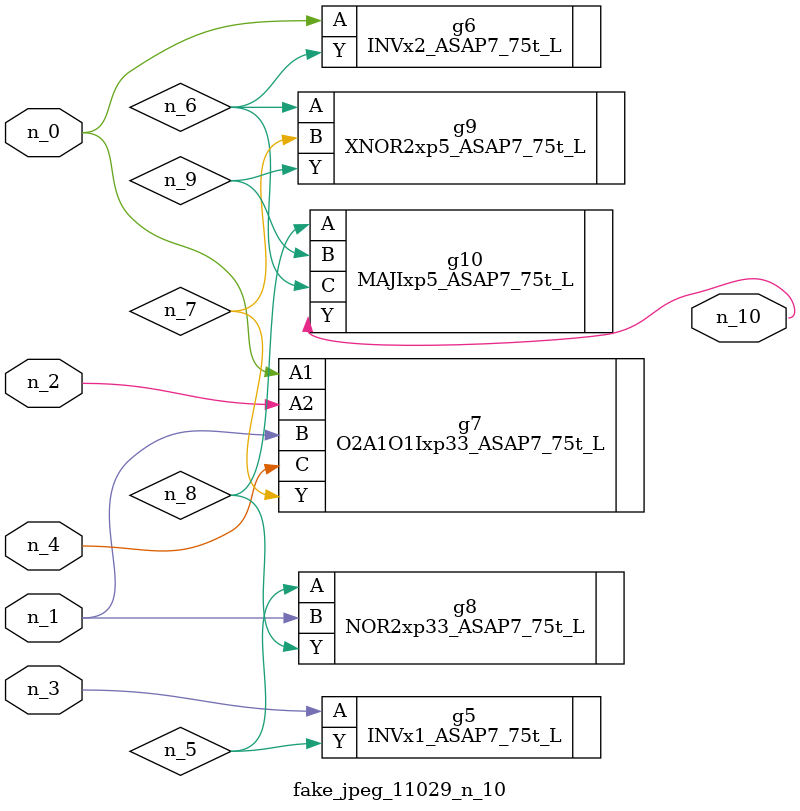
<source format=v>
module fake_jpeg_11029_n_10 (n_3, n_2, n_1, n_0, n_4, n_10);

input n_3;
input n_2;
input n_1;
input n_0;
input n_4;

output n_10;

wire n_8;
wire n_9;
wire n_6;
wire n_5;
wire n_7;

INVx1_ASAP7_75t_L g5 ( 
.A(n_3),
.Y(n_5)
);

INVx2_ASAP7_75t_L g6 ( 
.A(n_0),
.Y(n_6)
);

O2A1O1Ixp33_ASAP7_75t_L g7 ( 
.A1(n_0),
.A2(n_2),
.B(n_1),
.C(n_4),
.Y(n_7)
);

NOR2xp33_ASAP7_75t_L g8 ( 
.A(n_5),
.B(n_1),
.Y(n_8)
);

MAJIxp5_ASAP7_75t_L g10 ( 
.A(n_8),
.B(n_9),
.C(n_6),
.Y(n_10)
);

XNOR2xp5_ASAP7_75t_L g9 ( 
.A(n_6),
.B(n_7),
.Y(n_9)
);


endmodule
</source>
